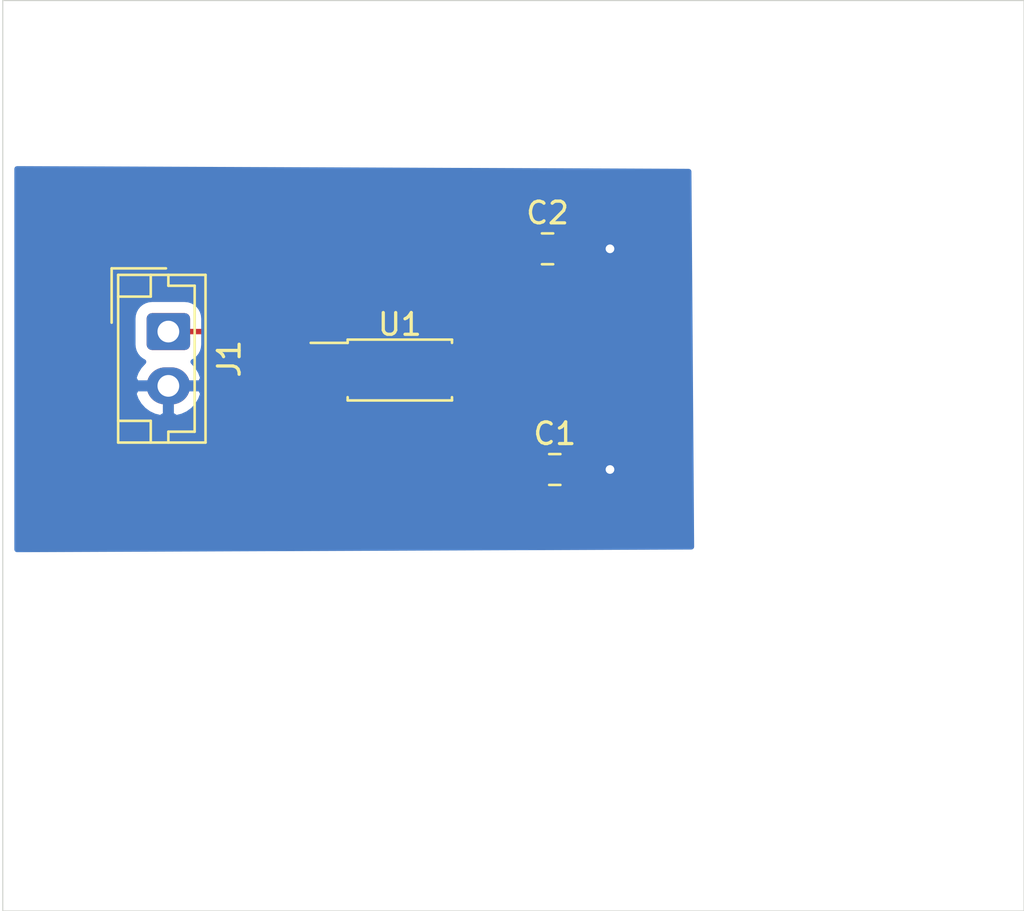
<source format=kicad_pcb>
(kicad_pcb (version 20171130) (host pcbnew 5.1.5+dfsg1-2build2)

  (general
    (thickness 1.6)
    (drawings 4)
    (tracks 18)
    (zones 0)
    (modules 4)
    (nets 5)
  )

  (page A4)
  (layers
    (0 F.Cu signal)
    (31 B.Cu signal)
    (32 B.Adhes user)
    (33 F.Adhes user)
    (34 B.Paste user)
    (35 F.Paste user)
    (36 B.SilkS user)
    (37 F.SilkS user)
    (38 B.Mask user)
    (39 F.Mask user)
    (40 Dwgs.User user)
    (41 Cmts.User user)
    (42 Eco1.User user)
    (43 Eco2.User user)
    (44 Edge.Cuts user)
    (45 Margin user)
    (46 B.CrtYd user)
    (47 F.CrtYd user)
    (48 B.Fab user)
    (49 F.Fab user)
  )

  (setup
    (last_trace_width 0.25)
    (trace_clearance 0.2)
    (zone_clearance 0.508)
    (zone_45_only no)
    (trace_min 0.2)
    (via_size 0.8)
    (via_drill 0.4)
    (via_min_size 0.4)
    (via_min_drill 0.3)
    (uvia_size 0.3)
    (uvia_drill 0.1)
    (uvias_allowed no)
    (uvia_min_size 0.2)
    (uvia_min_drill 0.1)
    (edge_width 0.05)
    (segment_width 0.2)
    (pcb_text_width 0.3)
    (pcb_text_size 1.5 1.5)
    (mod_edge_width 0.12)
    (mod_text_size 1 1)
    (mod_text_width 0.15)
    (pad_size 1.524 1.524)
    (pad_drill 0.762)
    (pad_to_mask_clearance 0.051)
    (solder_mask_min_width 0.25)
    (aux_axis_origin 0 0)
    (visible_elements FFFFFF7F)
    (pcbplotparams
      (layerselection 0x010fc_ffffffff)
      (usegerberextensions false)
      (usegerberattributes false)
      (usegerberadvancedattributes false)
      (creategerberjobfile false)
      (excludeedgelayer true)
      (linewidth 0.100000)
      (plotframeref false)
      (viasonmask false)
      (mode 1)
      (useauxorigin false)
      (hpglpennumber 1)
      (hpglpenspeed 20)
      (hpglpendiameter 15.000000)
      (psnegative false)
      (psa4output false)
      (plotreference true)
      (plotvalue true)
      (plotinvisibletext false)
      (padsonsilk false)
      (subtractmaskfromsilk false)
      (outputformat 1)
      (mirror false)
      (drillshape 1)
      (scaleselection 1)
      (outputdirectory ""))
  )

  (net 0 "")
  (net 1 GND)
  (net 2 "Net-(C1-Pad1)")
  (net 3 "Net-(C2-Pad1)")
  (net 4 +3V3)

  (net_class Default "This is the default net class."
    (clearance 0.2)
    (trace_width 0.25)
    (via_dia 0.8)
    (via_drill 0.4)
    (uvia_dia 0.3)
    (uvia_drill 0.1)
    (add_net +3V3)
    (add_net GND)
    (add_net "Net-(C1-Pad1)")
    (add_net "Net-(C2-Pad1)")
  )

  (module Package_SO:SO-4_4.4x2.3mm_P1.27mm (layer F.Cu) (tedit 5B1E4D3A) (tstamp 60C74E6F)
    (at 138.92 83.05)
    (descr "4-Lead Plastic Small Outline (SO), see http://datasheet.octopart.com/OPIA403BTRE-Optek-datasheet-5328560.pdf")
    (tags "SO SOIC 1.27")
    (path /60C745F7)
    (attr smd)
    (fp_text reference U1 (at 0 -2.1) (layer F.SilkS)
      (effects (font (size 1 1) (thickness 0.15)))
    )
    (fp_text value supermcu1 (at 0 2.3) (layer F.Fab)
      (effects (font (size 1 1) (thickness 0.15)))
    )
    (fp_text user %R (at 0 -0.065) (layer F.Fab)
      (effects (font (size 1 1) (thickness 0.15)))
    )
    (fp_line (start -2.2 1.2) (end 2.2 1.2) (layer F.Fab) (width 0.12))
    (fp_line (start 2.2 1.2) (end 2.2 -1.2) (layer F.Fab) (width 0.12))
    (fp_line (start 2.2 -1.2) (end -1.7 -1.2) (layer F.Fab) (width 0.12))
    (fp_line (start -1.7 -1.2) (end -2.2 -0.7) (layer F.Fab) (width 0.12))
    (fp_line (start -2.2 -0.7) (end -2.2 1.2) (layer F.Fab) (width 0.12))
    (fp_line (start -2.4 -1.25) (end -4.1 -1.25) (layer F.SilkS) (width 0.12))
    (fp_line (start 2.4 1.25) (end 2.4 1.4) (layer F.SilkS) (width 0.12))
    (fp_line (start 2.4 1.4) (end -2.4 1.4) (layer F.SilkS) (width 0.12))
    (fp_line (start -2.4 1.4) (end -2.4 1.25) (layer F.SilkS) (width 0.12))
    (fp_line (start -2.4 -1.25) (end -2.4 -1.4) (layer F.SilkS) (width 0.12))
    (fp_line (start -2.4 -1.4) (end 2.4 -1.4) (layer F.SilkS) (width 0.12))
    (fp_line (start 2.4 -1.4) (end 2.4 -1.25) (layer F.SilkS) (width 0.12))
    (fp_line (start -4.4 -1.45) (end 4.4 -1.45) (layer F.CrtYd) (width 0.05))
    (fp_line (start -4.4 -1.45) (end -4.4 1.45) (layer F.CrtYd) (width 0.05))
    (fp_line (start 4.4 1.45) (end 4.4 -1.45) (layer F.CrtYd) (width 0.05))
    (fp_line (start 4.4 1.45) (end -4.4 1.45) (layer F.CrtYd) (width 0.05))
    (pad 1 smd rect (at -3.15 -0.635) (size 2 0.64) (layers F.Cu F.Paste F.Mask)
      (net 4 +3V3))
    (pad 2 smd rect (at -3.15 0.635) (size 2 0.64) (layers F.Cu F.Paste F.Mask)
      (net 1 GND))
    (pad 3 smd rect (at 3.15 0.635) (size 2 0.64) (layers F.Cu F.Paste F.Mask)
      (net 2 "Net-(C1-Pad1)"))
    (pad 4 smd rect (at 3.15 -0.635) (size 2 0.64) (layers F.Cu F.Paste F.Mask)
      (net 3 "Net-(C2-Pad1)"))
    (model ${KISYS3DMOD}/Package_SO.3dshapes/SO-4_4.4x2.3mm_P1.27mm.wrl
      (at (xyz 0 0 0))
      (scale (xyz 1 1 1))
      (rotate (xyz 0 0 0))
    )
  )

  (module Connector_JST:JST_EH_B2B-EH-A_1x02_P2.50mm_Vertical (layer F.Cu) (tedit 5C28142C) (tstamp 60C74E56)
    (at 128.27 81.28 270)
    (descr "JST EH series connector, B2B-EH-A (http://www.jst-mfg.com/product/pdf/eng/eEH.pdf), generated with kicad-footprint-generator")
    (tags "connector JST EH vertical")
    (path /60C78DCA)
    (fp_text reference J1 (at 1.25 -2.8 90) (layer F.SilkS)
      (effects (font (size 1 1) (thickness 0.15)))
    )
    (fp_text value Conn_01x02 (at 1.25 3.4 90) (layer F.Fab)
      (effects (font (size 1 1) (thickness 0.15)))
    )
    (fp_text user %R (at 1.25 1.5 90) (layer F.Fab)
      (effects (font (size 1 1) (thickness 0.15)))
    )
    (fp_line (start -2.91 2.61) (end -0.41 2.61) (layer F.Fab) (width 0.1))
    (fp_line (start -2.91 0.11) (end -2.91 2.61) (layer F.Fab) (width 0.1))
    (fp_line (start -2.91 2.61) (end -0.41 2.61) (layer F.SilkS) (width 0.12))
    (fp_line (start -2.91 0.11) (end -2.91 2.61) (layer F.SilkS) (width 0.12))
    (fp_line (start 4.11 0.81) (end 4.11 2.31) (layer F.SilkS) (width 0.12))
    (fp_line (start 5.11 0.81) (end 4.11 0.81) (layer F.SilkS) (width 0.12))
    (fp_line (start -1.61 0.81) (end -1.61 2.31) (layer F.SilkS) (width 0.12))
    (fp_line (start -2.61 0.81) (end -1.61 0.81) (layer F.SilkS) (width 0.12))
    (fp_line (start 4.61 0) (end 5.11 0) (layer F.SilkS) (width 0.12))
    (fp_line (start 4.61 -1.21) (end 4.61 0) (layer F.SilkS) (width 0.12))
    (fp_line (start -2.11 -1.21) (end 4.61 -1.21) (layer F.SilkS) (width 0.12))
    (fp_line (start -2.11 0) (end -2.11 -1.21) (layer F.SilkS) (width 0.12))
    (fp_line (start -2.61 0) (end -2.11 0) (layer F.SilkS) (width 0.12))
    (fp_line (start 5.11 -1.71) (end -2.61 -1.71) (layer F.SilkS) (width 0.12))
    (fp_line (start 5.11 2.31) (end 5.11 -1.71) (layer F.SilkS) (width 0.12))
    (fp_line (start -2.61 2.31) (end 5.11 2.31) (layer F.SilkS) (width 0.12))
    (fp_line (start -2.61 -1.71) (end -2.61 2.31) (layer F.SilkS) (width 0.12))
    (fp_line (start 5.5 -2.1) (end -3 -2.1) (layer F.CrtYd) (width 0.05))
    (fp_line (start 5.5 2.7) (end 5.5 -2.1) (layer F.CrtYd) (width 0.05))
    (fp_line (start -3 2.7) (end 5.5 2.7) (layer F.CrtYd) (width 0.05))
    (fp_line (start -3 -2.1) (end -3 2.7) (layer F.CrtYd) (width 0.05))
    (fp_line (start 5 -1.6) (end -2.5 -1.6) (layer F.Fab) (width 0.1))
    (fp_line (start 5 2.2) (end 5 -1.6) (layer F.Fab) (width 0.1))
    (fp_line (start -2.5 2.2) (end 5 2.2) (layer F.Fab) (width 0.1))
    (fp_line (start -2.5 -1.6) (end -2.5 2.2) (layer F.Fab) (width 0.1))
    (pad 2 thru_hole oval (at 2.5 0 270) (size 1.7 2) (drill 1) (layers *.Cu *.Mask)
      (net 1 GND))
    (pad 1 thru_hole roundrect (at 0 0 270) (size 1.7 2) (drill 1) (layers *.Cu *.Mask) (roundrect_rratio 0.147059)
      (net 4 +3V3))
    (model ${KISYS3DMOD}/Connector_JST.3dshapes/JST_EH_B2B-EH-A_1x02_P2.50mm_Vertical.wrl
      (at (xyz 0 0 0))
      (scale (xyz 1 1 1))
      (rotate (xyz 0 0 0))
    )
  )

  (module Capacitor_SMD:C_0805_2012Metric (layer F.Cu) (tedit 5B36C52B) (tstamp 60C75059)
    (at 145.7175 77.47)
    (descr "Capacitor SMD 0805 (2012 Metric), square (rectangular) end terminal, IPC_7351 nominal, (Body size source: https://docs.google.com/spreadsheets/d/1BsfQQcO9C6DZCsRaXUlFlo91Tg2WpOkGARC1WS5S8t0/edit?usp=sharing), generated with kicad-footprint-generator")
    (tags capacitor)
    (path /60C7496F)
    (attr smd)
    (fp_text reference C2 (at 0 -1.65) (layer F.SilkS)
      (effects (font (size 1 1) (thickness 0.15)))
    )
    (fp_text value 10uF (at 0 1.65) (layer F.Fab)
      (effects (font (size 1 1) (thickness 0.15)))
    )
    (fp_text user %R (at 0 0) (layer F.Fab)
      (effects (font (size 0.5 0.5) (thickness 0.08)))
    )
    (fp_line (start 1.68 0.95) (end -1.68 0.95) (layer F.CrtYd) (width 0.05))
    (fp_line (start 1.68 -0.95) (end 1.68 0.95) (layer F.CrtYd) (width 0.05))
    (fp_line (start -1.68 -0.95) (end 1.68 -0.95) (layer F.CrtYd) (width 0.05))
    (fp_line (start -1.68 0.95) (end -1.68 -0.95) (layer F.CrtYd) (width 0.05))
    (fp_line (start -0.258578 0.71) (end 0.258578 0.71) (layer F.SilkS) (width 0.12))
    (fp_line (start -0.258578 -0.71) (end 0.258578 -0.71) (layer F.SilkS) (width 0.12))
    (fp_line (start 1 0.6) (end -1 0.6) (layer F.Fab) (width 0.1))
    (fp_line (start 1 -0.6) (end 1 0.6) (layer F.Fab) (width 0.1))
    (fp_line (start -1 -0.6) (end 1 -0.6) (layer F.Fab) (width 0.1))
    (fp_line (start -1 0.6) (end -1 -0.6) (layer F.Fab) (width 0.1))
    (pad 2 smd roundrect (at 0.9375 0) (size 0.975 1.4) (layers F.Cu F.Paste F.Mask) (roundrect_rratio 0.25)
      (net 1 GND))
    (pad 1 smd roundrect (at -0.9375 0) (size 0.975 1.4) (layers F.Cu F.Paste F.Mask) (roundrect_rratio 0.25)
      (net 3 "Net-(C2-Pad1)"))
    (model ${KISYS3DMOD}/Capacitor_SMD.3dshapes/C_0805_2012Metric.wrl
      (at (xyz 0 0 0))
      (scale (xyz 1 1 1))
      (rotate (xyz 0 0 0))
    )
  )

  (module Capacitor_SMD:C_0805_2012Metric (layer F.Cu) (tedit 5B36C52B) (tstamp 60C74F7C)
    (at 146.05 87.63)
    (descr "Capacitor SMD 0805 (2012 Metric), square (rectangular) end terminal, IPC_7351 nominal, (Body size source: https://docs.google.com/spreadsheets/d/1BsfQQcO9C6DZCsRaXUlFlo91Tg2WpOkGARC1WS5S8t0/edit?usp=sharing), generated with kicad-footprint-generator")
    (tags capacitor)
    (path /60C7681C)
    (attr smd)
    (fp_text reference C1 (at 0 -1.65) (layer F.SilkS)
      (effects (font (size 1 1) (thickness 0.15)))
    )
    (fp_text value 30uF (at 0 1.65) (layer F.Fab)
      (effects (font (size 1 1) (thickness 0.15)))
    )
    (fp_text user %R (at 0 0 180) (layer F.Fab)
      (effects (font (size 0.5 0.5) (thickness 0.08)))
    )
    (fp_line (start 1.68 0.95) (end -1.68 0.95) (layer F.CrtYd) (width 0.05))
    (fp_line (start 1.68 -0.95) (end 1.68 0.95) (layer F.CrtYd) (width 0.05))
    (fp_line (start -1.68 -0.95) (end 1.68 -0.95) (layer F.CrtYd) (width 0.05))
    (fp_line (start -1.68 0.95) (end -1.68 -0.95) (layer F.CrtYd) (width 0.05))
    (fp_line (start -0.258578 0.71) (end 0.258578 0.71) (layer F.SilkS) (width 0.12))
    (fp_line (start -0.258578 -0.71) (end 0.258578 -0.71) (layer F.SilkS) (width 0.12))
    (fp_line (start 1 0.6) (end -1 0.6) (layer F.Fab) (width 0.1))
    (fp_line (start 1 -0.6) (end 1 0.6) (layer F.Fab) (width 0.1))
    (fp_line (start -1 -0.6) (end 1 -0.6) (layer F.Fab) (width 0.1))
    (fp_line (start -1 0.6) (end -1 -0.6) (layer F.Fab) (width 0.1))
    (pad 2 smd roundrect (at 0.9375 0) (size 0.975 1.4) (layers F.Cu F.Paste F.Mask) (roundrect_rratio 0.25)
      (net 1 GND))
    (pad 1 smd roundrect (at -0.9375 0) (size 0.975 1.4) (layers F.Cu F.Paste F.Mask) (roundrect_rratio 0.25)
      (net 2 "Net-(C1-Pad1)"))
    (model ${KISYS3DMOD}/Capacitor_SMD.3dshapes/C_0805_2012Metric.wrl
      (at (xyz 0 0 0))
      (scale (xyz 1 1 1))
      (rotate (xyz 0 0 0))
    )
  )

  (gr_line (start 120.65 107.95) (end 120.65 66.04) (layer Edge.Cuts) (width 0.05) (tstamp 60C74ECE))
  (gr_line (start 167.64 107.95) (end 120.65 107.95) (layer Edge.Cuts) (width 0.05))
  (gr_line (start 167.64 66.04) (end 167.64 107.95) (layer Edge.Cuts) (width 0.05))
  (gr_line (start 120.65 66.04) (end 167.64 66.04) (layer Edge.Cuts) (width 0.05))

  (segment (start 135.675 83.78) (end 135.77 83.685) (width 0.25) (layer F.Cu) (net 1))
  (segment (start 128.27 83.78) (end 135.675 83.78) (width 0.25) (layer F.Cu) (net 1))
  (segment (start 146.655 77.47) (end 147.32 77.47) (width 0.25) (layer F.Cu) (net 1))
  (via (at 148.59 87.63) (size 0.8) (drill 0.4) (layers F.Cu B.Cu) (net 1))
  (segment (start 146.9875 87.63) (end 148.59 87.63) (width 0.25) (layer F.Cu) (net 1))
  (via (at 148.59 77.47) (size 0.8) (drill 0.4) (layers F.Cu B.Cu) (net 1))
  (segment (start 146.655 77.47) (end 148.59 77.47) (width 0.25) (layer F.Cu) (net 1))
  (segment (start 145.1125 86.93) (end 145.1125 87.63) (width 0.25) (layer F.Cu) (net 2))
  (segment (start 145.1125 85.4775) (end 145.1125 86.93) (width 0.25) (layer F.Cu) (net 2))
  (segment (start 143.32 83.685) (end 145.1125 85.4775) (width 0.25) (layer F.Cu) (net 2))
  (segment (start 142.07 83.685) (end 143.32 83.685) (width 0.25) (layer F.Cu) (net 2))
  (segment (start 142.07 82.415) (end 142.105 82.415) (width 0.25) (layer F.Cu) (net 3))
  (segment (start 144.78 79.74) (end 144.78 77.47) (width 0.25) (layer F.Cu) (net 3))
  (segment (start 142.105 82.415) (end 144.78 79.74) (width 0.25) (layer F.Cu) (net 3))
  (segment (start 135.205 81.28) (end 135.89 81.965) (width 0.25) (layer F.Cu) (net 4))
  (segment (start 128.27 81.28) (end 135.205 81.28) (width 0.25) (layer F.Cu) (net 4))
  (segment (start 135.89 82.295) (end 135.77 82.415) (width 0.25) (layer F.Cu) (net 4))
  (segment (start 135.89 81.965) (end 135.89 82.295) (width 0.25) (layer F.Cu) (net 4))

  (zone (net 1) (net_name GND) (layer B.Cu) (tstamp 60E2B5F4) (hatch edge 0.508)
    (connect_pads (clearance 0.508))
    (min_thickness 0.254)
    (fill yes (arc_segments 32) (thermal_gap 0.508) (thermal_bridge_width 0.508))
    (polygon
      (pts
        (xy 152.4635 91.313) (xy 120.65 91.44) (xy 120.523 73.66) (xy 152.3365 73.787)
      )
    )
    (filled_polygon
      (pts
        (xy 152.210413 73.913498) (xy 152.33558 91.18651) (xy 121.31 91.310365) (xy 121.31 84.13689) (xy 126.678524 84.13689)
        (xy 126.680446 84.149261) (xy 126.780146 84.423009) (xy 126.931336 84.672046) (xy 127.128205 84.886802) (xy 127.363188 85.059025)
        (xy 127.627255 85.182096) (xy 127.910258 85.251285) (xy 128.143 85.107232) (xy 128.143 83.907) (xy 128.397 83.907)
        (xy 128.397 85.107232) (xy 128.629742 85.251285) (xy 128.912745 85.182096) (xy 129.176812 85.059025) (xy 129.411795 84.886802)
        (xy 129.608664 84.672046) (xy 129.759854 84.423009) (xy 129.859554 84.149261) (xy 129.861476 84.13689) (xy 129.740155 83.907)
        (xy 128.397 83.907) (xy 128.143 83.907) (xy 126.799845 83.907) (xy 126.678524 84.13689) (xy 121.31 84.13689)
        (xy 121.31 80.68) (xy 126.631928 80.68) (xy 126.631928 81.88) (xy 126.648992 82.053254) (xy 126.699528 82.21985)
        (xy 126.781595 82.373386) (xy 126.892038 82.507962) (xy 127.026614 82.618405) (xy 127.128593 82.672914) (xy 127.128205 82.673198)
        (xy 126.931336 82.887954) (xy 126.780146 83.136991) (xy 126.680446 83.410739) (xy 126.678524 83.42311) (xy 126.799845 83.653)
        (xy 128.143 83.653) (xy 128.143 83.633) (xy 128.397 83.633) (xy 128.397 83.653) (xy 129.740155 83.653)
        (xy 129.861476 83.42311) (xy 129.859554 83.410739) (xy 129.759854 83.136991) (xy 129.608664 82.887954) (xy 129.411795 82.673198)
        (xy 129.411407 82.672914) (xy 129.513386 82.618405) (xy 129.647962 82.507962) (xy 129.758405 82.373386) (xy 129.840472 82.21985)
        (xy 129.891008 82.053254) (xy 129.908072 81.88) (xy 129.908072 80.68) (xy 129.891008 80.506746) (xy 129.840472 80.34015)
        (xy 129.758405 80.186614) (xy 129.647962 80.052038) (xy 129.513386 79.941595) (xy 129.35985 79.859528) (xy 129.193254 79.808992)
        (xy 129.02 79.791928) (xy 127.52 79.791928) (xy 127.346746 79.808992) (xy 127.18015 79.859528) (xy 127.026614 79.941595)
        (xy 126.892038 80.052038) (xy 126.781595 80.186614) (xy 126.699528 80.34015) (xy 126.648992 80.506746) (xy 126.631928 80.68)
        (xy 121.31 80.68) (xy 121.31 73.790143)
      )
    )
  )
)

</source>
